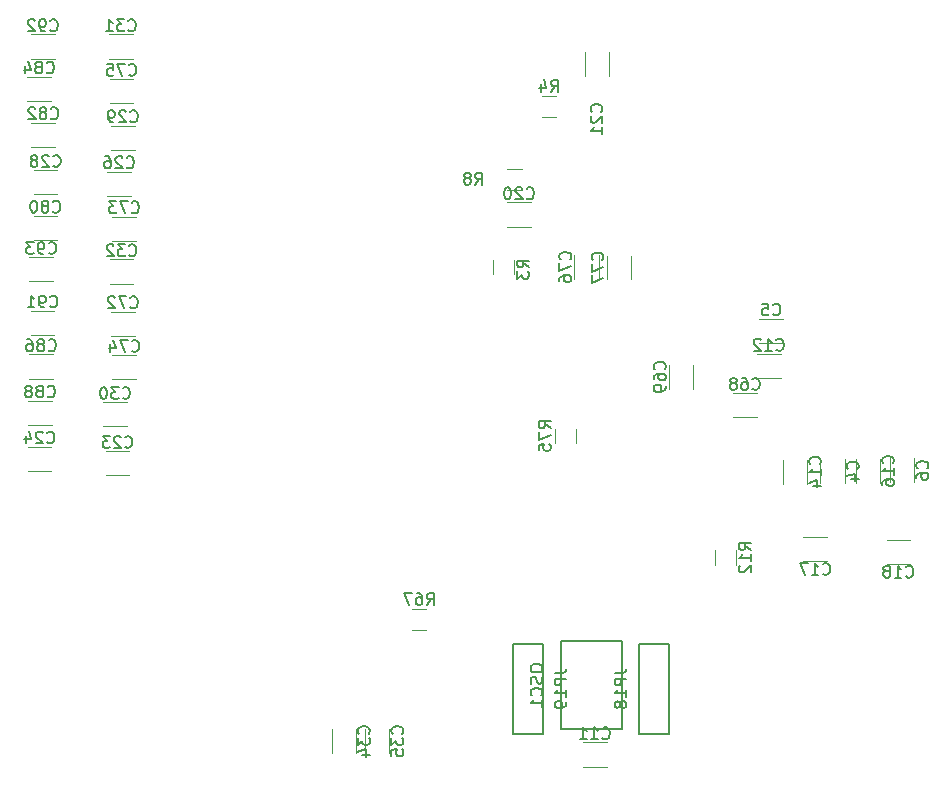
<source format=gbr>
G04 #@! TF.FileFunction,Legend,Bot*
%FSLAX46Y46*%
G04 Gerber Fmt 4.6, Leading zero omitted, Abs format (unit mm)*
G04 Created by KiCad (PCBNEW 4.0.6) date 06/27/17 09:13:31*
%MOMM*%
%LPD*%
G01*
G04 APERTURE LIST*
%ADD10C,0.100000*%
%ADD11C,0.120000*%
%ADD12C,0.150000*%
G04 APERTURE END LIST*
D10*
D11*
X156861000Y-115947000D02*
X158861000Y-115947000D01*
X158861000Y-117987000D02*
X156861000Y-117987000D01*
X116246400Y-87143400D02*
X118246400Y-87143400D01*
X118246400Y-89183400D02*
X116246400Y-89183400D01*
X116449600Y-91283600D02*
X118449600Y-91283600D01*
X118449600Y-93323600D02*
X116449600Y-93323600D01*
X179010500Y-91964000D02*
X179010500Y-93964000D01*
X176970500Y-93964000D02*
X176970500Y-91964000D01*
X171783500Y-80069500D02*
X173783500Y-80069500D01*
X173783500Y-82109500D02*
X171783500Y-82109500D01*
X184916000Y-91900500D02*
X184916000Y-93900500D01*
X182876000Y-93900500D02*
X182876000Y-91900500D01*
X171593000Y-83054000D02*
X173593000Y-83054000D01*
X173593000Y-85094000D02*
X171593000Y-85094000D01*
X175835500Y-92027500D02*
X175835500Y-94027500D01*
X173795500Y-94027500D02*
X173795500Y-92027500D01*
X181995000Y-91964000D02*
X181995000Y-93964000D01*
X179955000Y-93964000D02*
X179955000Y-91964000D01*
X177530000Y-100588000D02*
X175530000Y-100588000D01*
X175530000Y-98548000D02*
X177530000Y-98548000D01*
X184567000Y-100805000D02*
X182567000Y-100805000D01*
X182567000Y-98765000D02*
X184567000Y-98765000D01*
X150447500Y-70227000D02*
X152447500Y-70227000D01*
X152447500Y-72267000D02*
X150447500Y-72267000D01*
X159071500Y-57483500D02*
X159071500Y-59483500D01*
X157031500Y-59483500D02*
X157031500Y-57483500D01*
X109845600Y-90902600D02*
X111845600Y-90902600D01*
X111845600Y-92942600D02*
X109845600Y-92942600D01*
X116589300Y-67610800D02*
X118589300Y-67610800D01*
X118589300Y-69650800D02*
X116589300Y-69650800D01*
X110366300Y-67483800D02*
X112366300Y-67483800D01*
X112366300Y-69523800D02*
X110366300Y-69523800D01*
X116894100Y-63711900D02*
X118894100Y-63711900D01*
X118894100Y-65751900D02*
X116894100Y-65751900D01*
X116729000Y-56003000D02*
X118729000Y-56003000D01*
X118729000Y-58043000D02*
X116729000Y-58043000D01*
X116792500Y-75053000D02*
X118792500Y-75053000D01*
X118792500Y-77093000D02*
X116792500Y-77093000D01*
X169567000Y-86365000D02*
X171567000Y-86365000D01*
X171567000Y-88405000D02*
X169567000Y-88405000D01*
X164147000Y-85985000D02*
X164147000Y-83985000D01*
X166187000Y-83985000D02*
X166187000Y-85985000D01*
X116894100Y-79459900D02*
X118894100Y-79459900D01*
X118894100Y-81499900D02*
X116894100Y-81499900D01*
X117008400Y-71420800D02*
X119008400Y-71420800D01*
X119008400Y-73460800D02*
X117008400Y-73460800D01*
X117021100Y-83155600D02*
X119021100Y-83155600D01*
X119021100Y-85195600D02*
X117021100Y-85195600D01*
X116792500Y-59774900D02*
X118792500Y-59774900D01*
X118792500Y-61814900D02*
X116792500Y-61814900D01*
X156142500Y-76692000D02*
X156142500Y-74692000D01*
X158182500Y-74692000D02*
X158182500Y-76692000D01*
X158873000Y-76742800D02*
X158873000Y-74742800D01*
X160913000Y-74742800D02*
X160913000Y-76742800D01*
X110340900Y-71357300D02*
X112340900Y-71357300D01*
X112340900Y-73397300D02*
X110340900Y-73397300D01*
X110163100Y-63457900D02*
X112163100Y-63457900D01*
X112163100Y-65497900D02*
X110163100Y-65497900D01*
X109807500Y-59584400D02*
X111807500Y-59584400D01*
X111807500Y-61624400D02*
X109807500Y-61624400D01*
X109972600Y-83092100D02*
X111972600Y-83092100D01*
X111972600Y-85132100D02*
X109972600Y-85132100D01*
X109896400Y-87016400D02*
X111896400Y-87016400D01*
X111896400Y-89056400D02*
X109896400Y-89056400D01*
X110099600Y-79396400D02*
X112099600Y-79396400D01*
X112099600Y-81436400D02*
X110099600Y-81436400D01*
X110125000Y-56003000D02*
X112125000Y-56003000D01*
X112125000Y-58043000D02*
X110125000Y-58043000D01*
X109998000Y-74862500D02*
X111998000Y-74862500D01*
X111998000Y-76902500D02*
X109998000Y-76902500D01*
D12*
X164147500Y-115189000D02*
X164147500Y-107569000D01*
X164147500Y-115189000D02*
X161607500Y-115189000D01*
X164147500Y-107569000D02*
X164147500Y-115189000D01*
X164147500Y-107569000D02*
X161607500Y-107569000D01*
X164147500Y-115189000D02*
X164147500Y-107569000D01*
X161607500Y-107569000D02*
X161607500Y-115189000D01*
X161607500Y-115189000D02*
X161607500Y-107569000D01*
X150939500Y-107569000D02*
X150939500Y-115189000D01*
X150939500Y-107569000D02*
X153479500Y-107569000D01*
X150939500Y-115189000D02*
X150939500Y-107569000D01*
X150939500Y-115189000D02*
X153479500Y-115189000D01*
X150939500Y-107569000D02*
X150939500Y-115189000D01*
X153479500Y-115189000D02*
X153479500Y-107569000D01*
X153479500Y-107569000D02*
X153479500Y-115189000D01*
X155003500Y-107335000D02*
X160203500Y-107335000D01*
X160203500Y-114835000D02*
X160203500Y-107335000D01*
X155003500Y-114835000D02*
X160203500Y-114835000D01*
X155003500Y-114835000D02*
X155003500Y-107335000D01*
D11*
X150994000Y-76292000D02*
X150994000Y-75092000D01*
X149234000Y-75092000D02*
X149234000Y-76292000D01*
X153387500Y-62983000D02*
X154587500Y-62983000D01*
X154587500Y-61223000D02*
X153387500Y-61223000D01*
X150466500Y-69142500D02*
X151666500Y-69142500D01*
X151666500Y-67382500D02*
X150466500Y-67382500D01*
X168030000Y-99679200D02*
X168030000Y-100879200D01*
X169790000Y-100879200D02*
X169790000Y-99679200D01*
X142402000Y-106417000D02*
X143602000Y-106417000D01*
X143602000Y-104657000D02*
X142402000Y-104657000D01*
X156247000Y-90585000D02*
X156247000Y-89385000D01*
X154487000Y-89385000D02*
X154487000Y-90585000D01*
X137621200Y-114836700D02*
X137621200Y-116836700D01*
X135581200Y-116836700D02*
X135581200Y-114836700D01*
X140466000Y-114836700D02*
X140466000Y-116836700D01*
X138426000Y-116836700D02*
X138426000Y-114836700D01*
D12*
X158503857Y-115574143D02*
X158551476Y-115621762D01*
X158694333Y-115669381D01*
X158789571Y-115669381D01*
X158932429Y-115621762D01*
X159027667Y-115526524D01*
X159075286Y-115431286D01*
X159122905Y-115240810D01*
X159122905Y-115097952D01*
X159075286Y-114907476D01*
X159027667Y-114812238D01*
X158932429Y-114717000D01*
X158789571Y-114669381D01*
X158694333Y-114669381D01*
X158551476Y-114717000D01*
X158503857Y-114764619D01*
X157551476Y-115669381D02*
X158122905Y-115669381D01*
X157837191Y-115669381D02*
X157837191Y-114669381D01*
X157932429Y-114812238D01*
X158027667Y-114907476D01*
X158122905Y-114955095D01*
X156599095Y-115669381D02*
X157170524Y-115669381D01*
X156884810Y-115669381D02*
X156884810Y-114669381D01*
X156980048Y-114812238D01*
X157075286Y-114907476D01*
X157170524Y-114955095D01*
X117889257Y-86770543D02*
X117936876Y-86818162D01*
X118079733Y-86865781D01*
X118174971Y-86865781D01*
X118317829Y-86818162D01*
X118413067Y-86722924D01*
X118460686Y-86627686D01*
X118508305Y-86437210D01*
X118508305Y-86294352D01*
X118460686Y-86103876D01*
X118413067Y-86008638D01*
X118317829Y-85913400D01*
X118174971Y-85865781D01*
X118079733Y-85865781D01*
X117936876Y-85913400D01*
X117889257Y-85961019D01*
X117555924Y-85865781D02*
X116936876Y-85865781D01*
X117270210Y-86246733D01*
X117127352Y-86246733D01*
X117032114Y-86294352D01*
X116984495Y-86341971D01*
X116936876Y-86437210D01*
X116936876Y-86675305D01*
X116984495Y-86770543D01*
X117032114Y-86818162D01*
X117127352Y-86865781D01*
X117413067Y-86865781D01*
X117508305Y-86818162D01*
X117555924Y-86770543D01*
X116317829Y-85865781D02*
X116222590Y-85865781D01*
X116127352Y-85913400D01*
X116079733Y-85961019D01*
X116032114Y-86056257D01*
X115984495Y-86246733D01*
X115984495Y-86484829D01*
X116032114Y-86675305D01*
X116079733Y-86770543D01*
X116127352Y-86818162D01*
X116222590Y-86865781D01*
X116317829Y-86865781D01*
X116413067Y-86818162D01*
X116460686Y-86770543D01*
X116508305Y-86675305D01*
X116555924Y-86484829D01*
X116555924Y-86246733D01*
X116508305Y-86056257D01*
X116460686Y-85961019D01*
X116413067Y-85913400D01*
X116317829Y-85865781D01*
X118092457Y-90910743D02*
X118140076Y-90958362D01*
X118282933Y-91005981D01*
X118378171Y-91005981D01*
X118521029Y-90958362D01*
X118616267Y-90863124D01*
X118663886Y-90767886D01*
X118711505Y-90577410D01*
X118711505Y-90434552D01*
X118663886Y-90244076D01*
X118616267Y-90148838D01*
X118521029Y-90053600D01*
X118378171Y-90005981D01*
X118282933Y-90005981D01*
X118140076Y-90053600D01*
X118092457Y-90101219D01*
X117711505Y-90101219D02*
X117663886Y-90053600D01*
X117568648Y-90005981D01*
X117330552Y-90005981D01*
X117235314Y-90053600D01*
X117187695Y-90101219D01*
X117140076Y-90196457D01*
X117140076Y-90291695D01*
X117187695Y-90434552D01*
X117759124Y-91005981D01*
X117140076Y-91005981D01*
X116806743Y-90005981D02*
X116187695Y-90005981D01*
X116521029Y-90386933D01*
X116378171Y-90386933D01*
X116282933Y-90434552D01*
X116235314Y-90482171D01*
X116187695Y-90577410D01*
X116187695Y-90815505D01*
X116235314Y-90910743D01*
X116282933Y-90958362D01*
X116378171Y-91005981D01*
X116663886Y-91005981D01*
X116759124Y-90958362D01*
X116806743Y-90910743D01*
X180097643Y-92797334D02*
X180145262Y-92749715D01*
X180192881Y-92606858D01*
X180192881Y-92511620D01*
X180145262Y-92368762D01*
X180050024Y-92273524D01*
X179954786Y-92225905D01*
X179764310Y-92178286D01*
X179621452Y-92178286D01*
X179430976Y-92225905D01*
X179335738Y-92273524D01*
X179240500Y-92368762D01*
X179192881Y-92511620D01*
X179192881Y-92606858D01*
X179240500Y-92749715D01*
X179288119Y-92797334D01*
X179526214Y-93654477D02*
X180192881Y-93654477D01*
X179145262Y-93416381D02*
X179859548Y-93178286D01*
X179859548Y-93797334D01*
X172950166Y-79696643D02*
X172997785Y-79744262D01*
X173140642Y-79791881D01*
X173235880Y-79791881D01*
X173378738Y-79744262D01*
X173473976Y-79649024D01*
X173521595Y-79553786D01*
X173569214Y-79363310D01*
X173569214Y-79220452D01*
X173521595Y-79029976D01*
X173473976Y-78934738D01*
X173378738Y-78839500D01*
X173235880Y-78791881D01*
X173140642Y-78791881D01*
X172997785Y-78839500D01*
X172950166Y-78887119D01*
X172045404Y-78791881D02*
X172521595Y-78791881D01*
X172569214Y-79268071D01*
X172521595Y-79220452D01*
X172426357Y-79172833D01*
X172188261Y-79172833D01*
X172093023Y-79220452D01*
X172045404Y-79268071D01*
X171997785Y-79363310D01*
X171997785Y-79601405D01*
X172045404Y-79696643D01*
X172093023Y-79744262D01*
X172188261Y-79791881D01*
X172426357Y-79791881D01*
X172521595Y-79744262D01*
X172569214Y-79696643D01*
X186003143Y-92733834D02*
X186050762Y-92686215D01*
X186098381Y-92543358D01*
X186098381Y-92448120D01*
X186050762Y-92305262D01*
X185955524Y-92210024D01*
X185860286Y-92162405D01*
X185669810Y-92114786D01*
X185526952Y-92114786D01*
X185336476Y-92162405D01*
X185241238Y-92210024D01*
X185146000Y-92305262D01*
X185098381Y-92448120D01*
X185098381Y-92543358D01*
X185146000Y-92686215D01*
X185193619Y-92733834D01*
X185098381Y-93590977D02*
X185098381Y-93400500D01*
X185146000Y-93305262D01*
X185193619Y-93257643D01*
X185336476Y-93162405D01*
X185526952Y-93114786D01*
X185907905Y-93114786D01*
X186003143Y-93162405D01*
X186050762Y-93210024D01*
X186098381Y-93305262D01*
X186098381Y-93495739D01*
X186050762Y-93590977D01*
X186003143Y-93638596D01*
X185907905Y-93686215D01*
X185669810Y-93686215D01*
X185574571Y-93638596D01*
X185526952Y-93590977D01*
X185479333Y-93495739D01*
X185479333Y-93305262D01*
X185526952Y-93210024D01*
X185574571Y-93162405D01*
X185669810Y-93114786D01*
X173235857Y-82681143D02*
X173283476Y-82728762D01*
X173426333Y-82776381D01*
X173521571Y-82776381D01*
X173664429Y-82728762D01*
X173759667Y-82633524D01*
X173807286Y-82538286D01*
X173854905Y-82347810D01*
X173854905Y-82204952D01*
X173807286Y-82014476D01*
X173759667Y-81919238D01*
X173664429Y-81824000D01*
X173521571Y-81776381D01*
X173426333Y-81776381D01*
X173283476Y-81824000D01*
X173235857Y-81871619D01*
X172283476Y-82776381D02*
X172854905Y-82776381D01*
X172569191Y-82776381D02*
X172569191Y-81776381D01*
X172664429Y-81919238D01*
X172759667Y-82014476D01*
X172854905Y-82062095D01*
X171902524Y-81871619D02*
X171854905Y-81824000D01*
X171759667Y-81776381D01*
X171521571Y-81776381D01*
X171426333Y-81824000D01*
X171378714Y-81871619D01*
X171331095Y-81966857D01*
X171331095Y-82062095D01*
X171378714Y-82204952D01*
X171950143Y-82776381D01*
X171331095Y-82776381D01*
X176922643Y-92384643D02*
X176970262Y-92337024D01*
X177017881Y-92194167D01*
X177017881Y-92098929D01*
X176970262Y-91956071D01*
X176875024Y-91860833D01*
X176779786Y-91813214D01*
X176589310Y-91765595D01*
X176446452Y-91765595D01*
X176255976Y-91813214D01*
X176160738Y-91860833D01*
X176065500Y-91956071D01*
X176017881Y-92098929D01*
X176017881Y-92194167D01*
X176065500Y-92337024D01*
X176113119Y-92384643D01*
X177017881Y-93337024D02*
X177017881Y-92765595D01*
X177017881Y-93051309D02*
X176017881Y-93051309D01*
X176160738Y-92956071D01*
X176255976Y-92860833D01*
X176303595Y-92765595D01*
X176351214Y-94194167D02*
X177017881Y-94194167D01*
X175970262Y-93956071D02*
X176684548Y-93717976D01*
X176684548Y-94337024D01*
X183082143Y-92321143D02*
X183129762Y-92273524D01*
X183177381Y-92130667D01*
X183177381Y-92035429D01*
X183129762Y-91892571D01*
X183034524Y-91797333D01*
X182939286Y-91749714D01*
X182748810Y-91702095D01*
X182605952Y-91702095D01*
X182415476Y-91749714D01*
X182320238Y-91797333D01*
X182225000Y-91892571D01*
X182177381Y-92035429D01*
X182177381Y-92130667D01*
X182225000Y-92273524D01*
X182272619Y-92321143D01*
X183177381Y-93273524D02*
X183177381Y-92702095D01*
X183177381Y-92987809D02*
X182177381Y-92987809D01*
X182320238Y-92892571D01*
X182415476Y-92797333D01*
X182463095Y-92702095D01*
X182177381Y-94130667D02*
X182177381Y-93940190D01*
X182225000Y-93844952D01*
X182272619Y-93797333D01*
X182415476Y-93702095D01*
X182605952Y-93654476D01*
X182986905Y-93654476D01*
X183082143Y-93702095D01*
X183129762Y-93749714D01*
X183177381Y-93844952D01*
X183177381Y-94035429D01*
X183129762Y-94130667D01*
X183082143Y-94178286D01*
X182986905Y-94225905D01*
X182748810Y-94225905D01*
X182653571Y-94178286D01*
X182605952Y-94130667D01*
X182558333Y-94035429D01*
X182558333Y-93844952D01*
X182605952Y-93749714D01*
X182653571Y-93702095D01*
X182748810Y-93654476D01*
X177172857Y-101675143D02*
X177220476Y-101722762D01*
X177363333Y-101770381D01*
X177458571Y-101770381D01*
X177601429Y-101722762D01*
X177696667Y-101627524D01*
X177744286Y-101532286D01*
X177791905Y-101341810D01*
X177791905Y-101198952D01*
X177744286Y-101008476D01*
X177696667Y-100913238D01*
X177601429Y-100818000D01*
X177458571Y-100770381D01*
X177363333Y-100770381D01*
X177220476Y-100818000D01*
X177172857Y-100865619D01*
X176220476Y-101770381D02*
X176791905Y-101770381D01*
X176506191Y-101770381D02*
X176506191Y-100770381D01*
X176601429Y-100913238D01*
X176696667Y-101008476D01*
X176791905Y-101056095D01*
X175887143Y-100770381D02*
X175220476Y-100770381D01*
X175649048Y-101770381D01*
X184209857Y-101892143D02*
X184257476Y-101939762D01*
X184400333Y-101987381D01*
X184495571Y-101987381D01*
X184638429Y-101939762D01*
X184733667Y-101844524D01*
X184781286Y-101749286D01*
X184828905Y-101558810D01*
X184828905Y-101415952D01*
X184781286Y-101225476D01*
X184733667Y-101130238D01*
X184638429Y-101035000D01*
X184495571Y-100987381D01*
X184400333Y-100987381D01*
X184257476Y-101035000D01*
X184209857Y-101082619D01*
X183257476Y-101987381D02*
X183828905Y-101987381D01*
X183543191Y-101987381D02*
X183543191Y-100987381D01*
X183638429Y-101130238D01*
X183733667Y-101225476D01*
X183828905Y-101273095D01*
X182686048Y-101415952D02*
X182781286Y-101368333D01*
X182828905Y-101320714D01*
X182876524Y-101225476D01*
X182876524Y-101177857D01*
X182828905Y-101082619D01*
X182781286Y-101035000D01*
X182686048Y-100987381D01*
X182495571Y-100987381D01*
X182400333Y-101035000D01*
X182352714Y-101082619D01*
X182305095Y-101177857D01*
X182305095Y-101225476D01*
X182352714Y-101320714D01*
X182400333Y-101368333D01*
X182495571Y-101415952D01*
X182686048Y-101415952D01*
X182781286Y-101463571D01*
X182828905Y-101511190D01*
X182876524Y-101606429D01*
X182876524Y-101796905D01*
X182828905Y-101892143D01*
X182781286Y-101939762D01*
X182686048Y-101987381D01*
X182495571Y-101987381D01*
X182400333Y-101939762D01*
X182352714Y-101892143D01*
X182305095Y-101796905D01*
X182305095Y-101606429D01*
X182352714Y-101511190D01*
X182400333Y-101463571D01*
X182495571Y-101415952D01*
X152090357Y-69854143D02*
X152137976Y-69901762D01*
X152280833Y-69949381D01*
X152376071Y-69949381D01*
X152518929Y-69901762D01*
X152614167Y-69806524D01*
X152661786Y-69711286D01*
X152709405Y-69520810D01*
X152709405Y-69377952D01*
X152661786Y-69187476D01*
X152614167Y-69092238D01*
X152518929Y-68997000D01*
X152376071Y-68949381D01*
X152280833Y-68949381D01*
X152137976Y-68997000D01*
X152090357Y-69044619D01*
X151709405Y-69044619D02*
X151661786Y-68997000D01*
X151566548Y-68949381D01*
X151328452Y-68949381D01*
X151233214Y-68997000D01*
X151185595Y-69044619D01*
X151137976Y-69139857D01*
X151137976Y-69235095D01*
X151185595Y-69377952D01*
X151757024Y-69949381D01*
X151137976Y-69949381D01*
X150518929Y-68949381D02*
X150423690Y-68949381D01*
X150328452Y-68997000D01*
X150280833Y-69044619D01*
X150233214Y-69139857D01*
X150185595Y-69330333D01*
X150185595Y-69568429D01*
X150233214Y-69758905D01*
X150280833Y-69854143D01*
X150328452Y-69901762D01*
X150423690Y-69949381D01*
X150518929Y-69949381D01*
X150614167Y-69901762D01*
X150661786Y-69854143D01*
X150709405Y-69758905D01*
X150757024Y-69568429D01*
X150757024Y-69330333D01*
X150709405Y-69139857D01*
X150661786Y-69044619D01*
X150614167Y-68997000D01*
X150518929Y-68949381D01*
X158408643Y-62539643D02*
X158456262Y-62492024D01*
X158503881Y-62349167D01*
X158503881Y-62253929D01*
X158456262Y-62111071D01*
X158361024Y-62015833D01*
X158265786Y-61968214D01*
X158075310Y-61920595D01*
X157932452Y-61920595D01*
X157741976Y-61968214D01*
X157646738Y-62015833D01*
X157551500Y-62111071D01*
X157503881Y-62253929D01*
X157503881Y-62349167D01*
X157551500Y-62492024D01*
X157599119Y-62539643D01*
X157599119Y-62920595D02*
X157551500Y-62968214D01*
X157503881Y-63063452D01*
X157503881Y-63301548D01*
X157551500Y-63396786D01*
X157599119Y-63444405D01*
X157694357Y-63492024D01*
X157789595Y-63492024D01*
X157932452Y-63444405D01*
X158503881Y-62872976D01*
X158503881Y-63492024D01*
X158503881Y-64444405D02*
X158503881Y-63872976D01*
X158503881Y-64158690D02*
X157503881Y-64158690D01*
X157646738Y-64063452D01*
X157741976Y-63968214D01*
X157789595Y-63872976D01*
X111488457Y-90529743D02*
X111536076Y-90577362D01*
X111678933Y-90624981D01*
X111774171Y-90624981D01*
X111917029Y-90577362D01*
X112012267Y-90482124D01*
X112059886Y-90386886D01*
X112107505Y-90196410D01*
X112107505Y-90053552D01*
X112059886Y-89863076D01*
X112012267Y-89767838D01*
X111917029Y-89672600D01*
X111774171Y-89624981D01*
X111678933Y-89624981D01*
X111536076Y-89672600D01*
X111488457Y-89720219D01*
X111107505Y-89720219D02*
X111059886Y-89672600D01*
X110964648Y-89624981D01*
X110726552Y-89624981D01*
X110631314Y-89672600D01*
X110583695Y-89720219D01*
X110536076Y-89815457D01*
X110536076Y-89910695D01*
X110583695Y-90053552D01*
X111155124Y-90624981D01*
X110536076Y-90624981D01*
X109678933Y-89958314D02*
X109678933Y-90624981D01*
X109917029Y-89577362D02*
X110155124Y-90291648D01*
X109536076Y-90291648D01*
X118232157Y-67237943D02*
X118279776Y-67285562D01*
X118422633Y-67333181D01*
X118517871Y-67333181D01*
X118660729Y-67285562D01*
X118755967Y-67190324D01*
X118803586Y-67095086D01*
X118851205Y-66904610D01*
X118851205Y-66761752D01*
X118803586Y-66571276D01*
X118755967Y-66476038D01*
X118660729Y-66380800D01*
X118517871Y-66333181D01*
X118422633Y-66333181D01*
X118279776Y-66380800D01*
X118232157Y-66428419D01*
X117851205Y-66428419D02*
X117803586Y-66380800D01*
X117708348Y-66333181D01*
X117470252Y-66333181D01*
X117375014Y-66380800D01*
X117327395Y-66428419D01*
X117279776Y-66523657D01*
X117279776Y-66618895D01*
X117327395Y-66761752D01*
X117898824Y-67333181D01*
X117279776Y-67333181D01*
X116422633Y-66333181D02*
X116613110Y-66333181D01*
X116708348Y-66380800D01*
X116755967Y-66428419D01*
X116851205Y-66571276D01*
X116898824Y-66761752D01*
X116898824Y-67142705D01*
X116851205Y-67237943D01*
X116803586Y-67285562D01*
X116708348Y-67333181D01*
X116517871Y-67333181D01*
X116422633Y-67285562D01*
X116375014Y-67237943D01*
X116327395Y-67142705D01*
X116327395Y-66904610D01*
X116375014Y-66809371D01*
X116422633Y-66761752D01*
X116517871Y-66714133D01*
X116708348Y-66714133D01*
X116803586Y-66761752D01*
X116851205Y-66809371D01*
X116898824Y-66904610D01*
X112009157Y-67110943D02*
X112056776Y-67158562D01*
X112199633Y-67206181D01*
X112294871Y-67206181D01*
X112437729Y-67158562D01*
X112532967Y-67063324D01*
X112580586Y-66968086D01*
X112628205Y-66777610D01*
X112628205Y-66634752D01*
X112580586Y-66444276D01*
X112532967Y-66349038D01*
X112437729Y-66253800D01*
X112294871Y-66206181D01*
X112199633Y-66206181D01*
X112056776Y-66253800D01*
X112009157Y-66301419D01*
X111628205Y-66301419D02*
X111580586Y-66253800D01*
X111485348Y-66206181D01*
X111247252Y-66206181D01*
X111152014Y-66253800D01*
X111104395Y-66301419D01*
X111056776Y-66396657D01*
X111056776Y-66491895D01*
X111104395Y-66634752D01*
X111675824Y-67206181D01*
X111056776Y-67206181D01*
X110485348Y-66634752D02*
X110580586Y-66587133D01*
X110628205Y-66539514D01*
X110675824Y-66444276D01*
X110675824Y-66396657D01*
X110628205Y-66301419D01*
X110580586Y-66253800D01*
X110485348Y-66206181D01*
X110294871Y-66206181D01*
X110199633Y-66253800D01*
X110152014Y-66301419D01*
X110104395Y-66396657D01*
X110104395Y-66444276D01*
X110152014Y-66539514D01*
X110199633Y-66587133D01*
X110294871Y-66634752D01*
X110485348Y-66634752D01*
X110580586Y-66682371D01*
X110628205Y-66729990D01*
X110675824Y-66825229D01*
X110675824Y-67015705D01*
X110628205Y-67110943D01*
X110580586Y-67158562D01*
X110485348Y-67206181D01*
X110294871Y-67206181D01*
X110199633Y-67158562D01*
X110152014Y-67110943D01*
X110104395Y-67015705D01*
X110104395Y-66825229D01*
X110152014Y-66729990D01*
X110199633Y-66682371D01*
X110294871Y-66634752D01*
X118536957Y-63339043D02*
X118584576Y-63386662D01*
X118727433Y-63434281D01*
X118822671Y-63434281D01*
X118965529Y-63386662D01*
X119060767Y-63291424D01*
X119108386Y-63196186D01*
X119156005Y-63005710D01*
X119156005Y-62862852D01*
X119108386Y-62672376D01*
X119060767Y-62577138D01*
X118965529Y-62481900D01*
X118822671Y-62434281D01*
X118727433Y-62434281D01*
X118584576Y-62481900D01*
X118536957Y-62529519D01*
X118156005Y-62529519D02*
X118108386Y-62481900D01*
X118013148Y-62434281D01*
X117775052Y-62434281D01*
X117679814Y-62481900D01*
X117632195Y-62529519D01*
X117584576Y-62624757D01*
X117584576Y-62719995D01*
X117632195Y-62862852D01*
X118203624Y-63434281D01*
X117584576Y-63434281D01*
X117108386Y-63434281D02*
X116917910Y-63434281D01*
X116822671Y-63386662D01*
X116775052Y-63339043D01*
X116679814Y-63196186D01*
X116632195Y-63005710D01*
X116632195Y-62624757D01*
X116679814Y-62529519D01*
X116727433Y-62481900D01*
X116822671Y-62434281D01*
X117013148Y-62434281D01*
X117108386Y-62481900D01*
X117156005Y-62529519D01*
X117203624Y-62624757D01*
X117203624Y-62862852D01*
X117156005Y-62958090D01*
X117108386Y-63005710D01*
X117013148Y-63053329D01*
X116822671Y-63053329D01*
X116727433Y-63005710D01*
X116679814Y-62958090D01*
X116632195Y-62862852D01*
X118371857Y-55630143D02*
X118419476Y-55677762D01*
X118562333Y-55725381D01*
X118657571Y-55725381D01*
X118800429Y-55677762D01*
X118895667Y-55582524D01*
X118943286Y-55487286D01*
X118990905Y-55296810D01*
X118990905Y-55153952D01*
X118943286Y-54963476D01*
X118895667Y-54868238D01*
X118800429Y-54773000D01*
X118657571Y-54725381D01*
X118562333Y-54725381D01*
X118419476Y-54773000D01*
X118371857Y-54820619D01*
X118038524Y-54725381D02*
X117419476Y-54725381D01*
X117752810Y-55106333D01*
X117609952Y-55106333D01*
X117514714Y-55153952D01*
X117467095Y-55201571D01*
X117419476Y-55296810D01*
X117419476Y-55534905D01*
X117467095Y-55630143D01*
X117514714Y-55677762D01*
X117609952Y-55725381D01*
X117895667Y-55725381D01*
X117990905Y-55677762D01*
X118038524Y-55630143D01*
X116467095Y-55725381D02*
X117038524Y-55725381D01*
X116752810Y-55725381D02*
X116752810Y-54725381D01*
X116848048Y-54868238D01*
X116943286Y-54963476D01*
X117038524Y-55011095D01*
X118435357Y-74680143D02*
X118482976Y-74727762D01*
X118625833Y-74775381D01*
X118721071Y-74775381D01*
X118863929Y-74727762D01*
X118959167Y-74632524D01*
X119006786Y-74537286D01*
X119054405Y-74346810D01*
X119054405Y-74203952D01*
X119006786Y-74013476D01*
X118959167Y-73918238D01*
X118863929Y-73823000D01*
X118721071Y-73775381D01*
X118625833Y-73775381D01*
X118482976Y-73823000D01*
X118435357Y-73870619D01*
X118102024Y-73775381D02*
X117482976Y-73775381D01*
X117816310Y-74156333D01*
X117673452Y-74156333D01*
X117578214Y-74203952D01*
X117530595Y-74251571D01*
X117482976Y-74346810D01*
X117482976Y-74584905D01*
X117530595Y-74680143D01*
X117578214Y-74727762D01*
X117673452Y-74775381D01*
X117959167Y-74775381D01*
X118054405Y-74727762D01*
X118102024Y-74680143D01*
X117102024Y-73870619D02*
X117054405Y-73823000D01*
X116959167Y-73775381D01*
X116721071Y-73775381D01*
X116625833Y-73823000D01*
X116578214Y-73870619D01*
X116530595Y-73965857D01*
X116530595Y-74061095D01*
X116578214Y-74203952D01*
X117149643Y-74775381D01*
X116530595Y-74775381D01*
X171209857Y-85992143D02*
X171257476Y-86039762D01*
X171400333Y-86087381D01*
X171495571Y-86087381D01*
X171638429Y-86039762D01*
X171733667Y-85944524D01*
X171781286Y-85849286D01*
X171828905Y-85658810D01*
X171828905Y-85515952D01*
X171781286Y-85325476D01*
X171733667Y-85230238D01*
X171638429Y-85135000D01*
X171495571Y-85087381D01*
X171400333Y-85087381D01*
X171257476Y-85135000D01*
X171209857Y-85182619D01*
X170352714Y-85087381D02*
X170543191Y-85087381D01*
X170638429Y-85135000D01*
X170686048Y-85182619D01*
X170781286Y-85325476D01*
X170828905Y-85515952D01*
X170828905Y-85896905D01*
X170781286Y-85992143D01*
X170733667Y-86039762D01*
X170638429Y-86087381D01*
X170447952Y-86087381D01*
X170352714Y-86039762D01*
X170305095Y-85992143D01*
X170257476Y-85896905D01*
X170257476Y-85658810D01*
X170305095Y-85563571D01*
X170352714Y-85515952D01*
X170447952Y-85468333D01*
X170638429Y-85468333D01*
X170733667Y-85515952D01*
X170781286Y-85563571D01*
X170828905Y-85658810D01*
X169686048Y-85515952D02*
X169781286Y-85468333D01*
X169828905Y-85420714D01*
X169876524Y-85325476D01*
X169876524Y-85277857D01*
X169828905Y-85182619D01*
X169781286Y-85135000D01*
X169686048Y-85087381D01*
X169495571Y-85087381D01*
X169400333Y-85135000D01*
X169352714Y-85182619D01*
X169305095Y-85277857D01*
X169305095Y-85325476D01*
X169352714Y-85420714D01*
X169400333Y-85468333D01*
X169495571Y-85515952D01*
X169686048Y-85515952D01*
X169781286Y-85563571D01*
X169828905Y-85611190D01*
X169876524Y-85706429D01*
X169876524Y-85896905D01*
X169828905Y-85992143D01*
X169781286Y-86039762D01*
X169686048Y-86087381D01*
X169495571Y-86087381D01*
X169400333Y-86039762D01*
X169352714Y-85992143D01*
X169305095Y-85896905D01*
X169305095Y-85706429D01*
X169352714Y-85611190D01*
X169400333Y-85563571D01*
X169495571Y-85515952D01*
X163774143Y-84342143D02*
X163821762Y-84294524D01*
X163869381Y-84151667D01*
X163869381Y-84056429D01*
X163821762Y-83913571D01*
X163726524Y-83818333D01*
X163631286Y-83770714D01*
X163440810Y-83723095D01*
X163297952Y-83723095D01*
X163107476Y-83770714D01*
X163012238Y-83818333D01*
X162917000Y-83913571D01*
X162869381Y-84056429D01*
X162869381Y-84151667D01*
X162917000Y-84294524D01*
X162964619Y-84342143D01*
X162869381Y-85199286D02*
X162869381Y-85008809D01*
X162917000Y-84913571D01*
X162964619Y-84865952D01*
X163107476Y-84770714D01*
X163297952Y-84723095D01*
X163678905Y-84723095D01*
X163774143Y-84770714D01*
X163821762Y-84818333D01*
X163869381Y-84913571D01*
X163869381Y-85104048D01*
X163821762Y-85199286D01*
X163774143Y-85246905D01*
X163678905Y-85294524D01*
X163440810Y-85294524D01*
X163345571Y-85246905D01*
X163297952Y-85199286D01*
X163250333Y-85104048D01*
X163250333Y-84913571D01*
X163297952Y-84818333D01*
X163345571Y-84770714D01*
X163440810Y-84723095D01*
X163869381Y-85770714D02*
X163869381Y-85961190D01*
X163821762Y-86056429D01*
X163774143Y-86104048D01*
X163631286Y-86199286D01*
X163440810Y-86246905D01*
X163059857Y-86246905D01*
X162964619Y-86199286D01*
X162917000Y-86151667D01*
X162869381Y-86056429D01*
X162869381Y-85865952D01*
X162917000Y-85770714D01*
X162964619Y-85723095D01*
X163059857Y-85675476D01*
X163297952Y-85675476D01*
X163393190Y-85723095D01*
X163440810Y-85770714D01*
X163488429Y-85865952D01*
X163488429Y-86056429D01*
X163440810Y-86151667D01*
X163393190Y-86199286D01*
X163297952Y-86246905D01*
X118536957Y-79087043D02*
X118584576Y-79134662D01*
X118727433Y-79182281D01*
X118822671Y-79182281D01*
X118965529Y-79134662D01*
X119060767Y-79039424D01*
X119108386Y-78944186D01*
X119156005Y-78753710D01*
X119156005Y-78610852D01*
X119108386Y-78420376D01*
X119060767Y-78325138D01*
X118965529Y-78229900D01*
X118822671Y-78182281D01*
X118727433Y-78182281D01*
X118584576Y-78229900D01*
X118536957Y-78277519D01*
X118203624Y-78182281D02*
X117536957Y-78182281D01*
X117965529Y-79182281D01*
X117203624Y-78277519D02*
X117156005Y-78229900D01*
X117060767Y-78182281D01*
X116822671Y-78182281D01*
X116727433Y-78229900D01*
X116679814Y-78277519D01*
X116632195Y-78372757D01*
X116632195Y-78467995D01*
X116679814Y-78610852D01*
X117251243Y-79182281D01*
X116632195Y-79182281D01*
X118651257Y-71047943D02*
X118698876Y-71095562D01*
X118841733Y-71143181D01*
X118936971Y-71143181D01*
X119079829Y-71095562D01*
X119175067Y-71000324D01*
X119222686Y-70905086D01*
X119270305Y-70714610D01*
X119270305Y-70571752D01*
X119222686Y-70381276D01*
X119175067Y-70286038D01*
X119079829Y-70190800D01*
X118936971Y-70143181D01*
X118841733Y-70143181D01*
X118698876Y-70190800D01*
X118651257Y-70238419D01*
X118317924Y-70143181D02*
X117651257Y-70143181D01*
X118079829Y-71143181D01*
X117365543Y-70143181D02*
X116746495Y-70143181D01*
X117079829Y-70524133D01*
X116936971Y-70524133D01*
X116841733Y-70571752D01*
X116794114Y-70619371D01*
X116746495Y-70714610D01*
X116746495Y-70952705D01*
X116794114Y-71047943D01*
X116841733Y-71095562D01*
X116936971Y-71143181D01*
X117222686Y-71143181D01*
X117317924Y-71095562D01*
X117365543Y-71047943D01*
X118663957Y-82782743D02*
X118711576Y-82830362D01*
X118854433Y-82877981D01*
X118949671Y-82877981D01*
X119092529Y-82830362D01*
X119187767Y-82735124D01*
X119235386Y-82639886D01*
X119283005Y-82449410D01*
X119283005Y-82306552D01*
X119235386Y-82116076D01*
X119187767Y-82020838D01*
X119092529Y-81925600D01*
X118949671Y-81877981D01*
X118854433Y-81877981D01*
X118711576Y-81925600D01*
X118663957Y-81973219D01*
X118330624Y-81877981D02*
X117663957Y-81877981D01*
X118092529Y-82877981D01*
X116854433Y-82211314D02*
X116854433Y-82877981D01*
X117092529Y-81830362D02*
X117330624Y-82544648D01*
X116711576Y-82544648D01*
X118435357Y-59402043D02*
X118482976Y-59449662D01*
X118625833Y-59497281D01*
X118721071Y-59497281D01*
X118863929Y-59449662D01*
X118959167Y-59354424D01*
X119006786Y-59259186D01*
X119054405Y-59068710D01*
X119054405Y-58925852D01*
X119006786Y-58735376D01*
X118959167Y-58640138D01*
X118863929Y-58544900D01*
X118721071Y-58497281D01*
X118625833Y-58497281D01*
X118482976Y-58544900D01*
X118435357Y-58592519D01*
X118102024Y-58497281D02*
X117435357Y-58497281D01*
X117863929Y-59497281D01*
X116578214Y-58497281D02*
X117054405Y-58497281D01*
X117102024Y-58973471D01*
X117054405Y-58925852D01*
X116959167Y-58878233D01*
X116721071Y-58878233D01*
X116625833Y-58925852D01*
X116578214Y-58973471D01*
X116530595Y-59068710D01*
X116530595Y-59306805D01*
X116578214Y-59402043D01*
X116625833Y-59449662D01*
X116721071Y-59497281D01*
X116959167Y-59497281D01*
X117054405Y-59449662D01*
X117102024Y-59402043D01*
X155769643Y-75049143D02*
X155817262Y-75001524D01*
X155864881Y-74858667D01*
X155864881Y-74763429D01*
X155817262Y-74620571D01*
X155722024Y-74525333D01*
X155626786Y-74477714D01*
X155436310Y-74430095D01*
X155293452Y-74430095D01*
X155102976Y-74477714D01*
X155007738Y-74525333D01*
X154912500Y-74620571D01*
X154864881Y-74763429D01*
X154864881Y-74858667D01*
X154912500Y-75001524D01*
X154960119Y-75049143D01*
X154864881Y-75382476D02*
X154864881Y-76049143D01*
X155864881Y-75620571D01*
X154864881Y-76858667D02*
X154864881Y-76668190D01*
X154912500Y-76572952D01*
X154960119Y-76525333D01*
X155102976Y-76430095D01*
X155293452Y-76382476D01*
X155674405Y-76382476D01*
X155769643Y-76430095D01*
X155817262Y-76477714D01*
X155864881Y-76572952D01*
X155864881Y-76763429D01*
X155817262Y-76858667D01*
X155769643Y-76906286D01*
X155674405Y-76953905D01*
X155436310Y-76953905D01*
X155341071Y-76906286D01*
X155293452Y-76858667D01*
X155245833Y-76763429D01*
X155245833Y-76572952D01*
X155293452Y-76477714D01*
X155341071Y-76430095D01*
X155436310Y-76382476D01*
X158500143Y-75099943D02*
X158547762Y-75052324D01*
X158595381Y-74909467D01*
X158595381Y-74814229D01*
X158547762Y-74671371D01*
X158452524Y-74576133D01*
X158357286Y-74528514D01*
X158166810Y-74480895D01*
X158023952Y-74480895D01*
X157833476Y-74528514D01*
X157738238Y-74576133D01*
X157643000Y-74671371D01*
X157595381Y-74814229D01*
X157595381Y-74909467D01*
X157643000Y-75052324D01*
X157690619Y-75099943D01*
X157595381Y-75433276D02*
X157595381Y-76099943D01*
X158595381Y-75671371D01*
X157595381Y-76385657D02*
X157595381Y-77052324D01*
X158595381Y-76623752D01*
X111983757Y-70984443D02*
X112031376Y-71032062D01*
X112174233Y-71079681D01*
X112269471Y-71079681D01*
X112412329Y-71032062D01*
X112507567Y-70936824D01*
X112555186Y-70841586D01*
X112602805Y-70651110D01*
X112602805Y-70508252D01*
X112555186Y-70317776D01*
X112507567Y-70222538D01*
X112412329Y-70127300D01*
X112269471Y-70079681D01*
X112174233Y-70079681D01*
X112031376Y-70127300D01*
X111983757Y-70174919D01*
X111412329Y-70508252D02*
X111507567Y-70460633D01*
X111555186Y-70413014D01*
X111602805Y-70317776D01*
X111602805Y-70270157D01*
X111555186Y-70174919D01*
X111507567Y-70127300D01*
X111412329Y-70079681D01*
X111221852Y-70079681D01*
X111126614Y-70127300D01*
X111078995Y-70174919D01*
X111031376Y-70270157D01*
X111031376Y-70317776D01*
X111078995Y-70413014D01*
X111126614Y-70460633D01*
X111221852Y-70508252D01*
X111412329Y-70508252D01*
X111507567Y-70555871D01*
X111555186Y-70603490D01*
X111602805Y-70698729D01*
X111602805Y-70889205D01*
X111555186Y-70984443D01*
X111507567Y-71032062D01*
X111412329Y-71079681D01*
X111221852Y-71079681D01*
X111126614Y-71032062D01*
X111078995Y-70984443D01*
X111031376Y-70889205D01*
X111031376Y-70698729D01*
X111078995Y-70603490D01*
X111126614Y-70555871D01*
X111221852Y-70508252D01*
X110412329Y-70079681D02*
X110317090Y-70079681D01*
X110221852Y-70127300D01*
X110174233Y-70174919D01*
X110126614Y-70270157D01*
X110078995Y-70460633D01*
X110078995Y-70698729D01*
X110126614Y-70889205D01*
X110174233Y-70984443D01*
X110221852Y-71032062D01*
X110317090Y-71079681D01*
X110412329Y-71079681D01*
X110507567Y-71032062D01*
X110555186Y-70984443D01*
X110602805Y-70889205D01*
X110650424Y-70698729D01*
X110650424Y-70460633D01*
X110602805Y-70270157D01*
X110555186Y-70174919D01*
X110507567Y-70127300D01*
X110412329Y-70079681D01*
X111805957Y-63085043D02*
X111853576Y-63132662D01*
X111996433Y-63180281D01*
X112091671Y-63180281D01*
X112234529Y-63132662D01*
X112329767Y-63037424D01*
X112377386Y-62942186D01*
X112425005Y-62751710D01*
X112425005Y-62608852D01*
X112377386Y-62418376D01*
X112329767Y-62323138D01*
X112234529Y-62227900D01*
X112091671Y-62180281D01*
X111996433Y-62180281D01*
X111853576Y-62227900D01*
X111805957Y-62275519D01*
X111234529Y-62608852D02*
X111329767Y-62561233D01*
X111377386Y-62513614D01*
X111425005Y-62418376D01*
X111425005Y-62370757D01*
X111377386Y-62275519D01*
X111329767Y-62227900D01*
X111234529Y-62180281D01*
X111044052Y-62180281D01*
X110948814Y-62227900D01*
X110901195Y-62275519D01*
X110853576Y-62370757D01*
X110853576Y-62418376D01*
X110901195Y-62513614D01*
X110948814Y-62561233D01*
X111044052Y-62608852D01*
X111234529Y-62608852D01*
X111329767Y-62656471D01*
X111377386Y-62704090D01*
X111425005Y-62799329D01*
X111425005Y-62989805D01*
X111377386Y-63085043D01*
X111329767Y-63132662D01*
X111234529Y-63180281D01*
X111044052Y-63180281D01*
X110948814Y-63132662D01*
X110901195Y-63085043D01*
X110853576Y-62989805D01*
X110853576Y-62799329D01*
X110901195Y-62704090D01*
X110948814Y-62656471D01*
X111044052Y-62608852D01*
X110472624Y-62275519D02*
X110425005Y-62227900D01*
X110329767Y-62180281D01*
X110091671Y-62180281D01*
X109996433Y-62227900D01*
X109948814Y-62275519D01*
X109901195Y-62370757D01*
X109901195Y-62465995D01*
X109948814Y-62608852D01*
X110520243Y-63180281D01*
X109901195Y-63180281D01*
X111450357Y-59211543D02*
X111497976Y-59259162D01*
X111640833Y-59306781D01*
X111736071Y-59306781D01*
X111878929Y-59259162D01*
X111974167Y-59163924D01*
X112021786Y-59068686D01*
X112069405Y-58878210D01*
X112069405Y-58735352D01*
X112021786Y-58544876D01*
X111974167Y-58449638D01*
X111878929Y-58354400D01*
X111736071Y-58306781D01*
X111640833Y-58306781D01*
X111497976Y-58354400D01*
X111450357Y-58402019D01*
X110878929Y-58735352D02*
X110974167Y-58687733D01*
X111021786Y-58640114D01*
X111069405Y-58544876D01*
X111069405Y-58497257D01*
X111021786Y-58402019D01*
X110974167Y-58354400D01*
X110878929Y-58306781D01*
X110688452Y-58306781D01*
X110593214Y-58354400D01*
X110545595Y-58402019D01*
X110497976Y-58497257D01*
X110497976Y-58544876D01*
X110545595Y-58640114D01*
X110593214Y-58687733D01*
X110688452Y-58735352D01*
X110878929Y-58735352D01*
X110974167Y-58782971D01*
X111021786Y-58830590D01*
X111069405Y-58925829D01*
X111069405Y-59116305D01*
X111021786Y-59211543D01*
X110974167Y-59259162D01*
X110878929Y-59306781D01*
X110688452Y-59306781D01*
X110593214Y-59259162D01*
X110545595Y-59211543D01*
X110497976Y-59116305D01*
X110497976Y-58925829D01*
X110545595Y-58830590D01*
X110593214Y-58782971D01*
X110688452Y-58735352D01*
X109640833Y-58640114D02*
X109640833Y-59306781D01*
X109878929Y-58259162D02*
X110117024Y-58973448D01*
X109497976Y-58973448D01*
X111615457Y-82719243D02*
X111663076Y-82766862D01*
X111805933Y-82814481D01*
X111901171Y-82814481D01*
X112044029Y-82766862D01*
X112139267Y-82671624D01*
X112186886Y-82576386D01*
X112234505Y-82385910D01*
X112234505Y-82243052D01*
X112186886Y-82052576D01*
X112139267Y-81957338D01*
X112044029Y-81862100D01*
X111901171Y-81814481D01*
X111805933Y-81814481D01*
X111663076Y-81862100D01*
X111615457Y-81909719D01*
X111044029Y-82243052D02*
X111139267Y-82195433D01*
X111186886Y-82147814D01*
X111234505Y-82052576D01*
X111234505Y-82004957D01*
X111186886Y-81909719D01*
X111139267Y-81862100D01*
X111044029Y-81814481D01*
X110853552Y-81814481D01*
X110758314Y-81862100D01*
X110710695Y-81909719D01*
X110663076Y-82004957D01*
X110663076Y-82052576D01*
X110710695Y-82147814D01*
X110758314Y-82195433D01*
X110853552Y-82243052D01*
X111044029Y-82243052D01*
X111139267Y-82290671D01*
X111186886Y-82338290D01*
X111234505Y-82433529D01*
X111234505Y-82624005D01*
X111186886Y-82719243D01*
X111139267Y-82766862D01*
X111044029Y-82814481D01*
X110853552Y-82814481D01*
X110758314Y-82766862D01*
X110710695Y-82719243D01*
X110663076Y-82624005D01*
X110663076Y-82433529D01*
X110710695Y-82338290D01*
X110758314Y-82290671D01*
X110853552Y-82243052D01*
X109805933Y-81814481D02*
X109996410Y-81814481D01*
X110091648Y-81862100D01*
X110139267Y-81909719D01*
X110234505Y-82052576D01*
X110282124Y-82243052D01*
X110282124Y-82624005D01*
X110234505Y-82719243D01*
X110186886Y-82766862D01*
X110091648Y-82814481D01*
X109901171Y-82814481D01*
X109805933Y-82766862D01*
X109758314Y-82719243D01*
X109710695Y-82624005D01*
X109710695Y-82385910D01*
X109758314Y-82290671D01*
X109805933Y-82243052D01*
X109901171Y-82195433D01*
X110091648Y-82195433D01*
X110186886Y-82243052D01*
X110234505Y-82290671D01*
X110282124Y-82385910D01*
X111539257Y-86643543D02*
X111586876Y-86691162D01*
X111729733Y-86738781D01*
X111824971Y-86738781D01*
X111967829Y-86691162D01*
X112063067Y-86595924D01*
X112110686Y-86500686D01*
X112158305Y-86310210D01*
X112158305Y-86167352D01*
X112110686Y-85976876D01*
X112063067Y-85881638D01*
X111967829Y-85786400D01*
X111824971Y-85738781D01*
X111729733Y-85738781D01*
X111586876Y-85786400D01*
X111539257Y-85834019D01*
X110967829Y-86167352D02*
X111063067Y-86119733D01*
X111110686Y-86072114D01*
X111158305Y-85976876D01*
X111158305Y-85929257D01*
X111110686Y-85834019D01*
X111063067Y-85786400D01*
X110967829Y-85738781D01*
X110777352Y-85738781D01*
X110682114Y-85786400D01*
X110634495Y-85834019D01*
X110586876Y-85929257D01*
X110586876Y-85976876D01*
X110634495Y-86072114D01*
X110682114Y-86119733D01*
X110777352Y-86167352D01*
X110967829Y-86167352D01*
X111063067Y-86214971D01*
X111110686Y-86262590D01*
X111158305Y-86357829D01*
X111158305Y-86548305D01*
X111110686Y-86643543D01*
X111063067Y-86691162D01*
X110967829Y-86738781D01*
X110777352Y-86738781D01*
X110682114Y-86691162D01*
X110634495Y-86643543D01*
X110586876Y-86548305D01*
X110586876Y-86357829D01*
X110634495Y-86262590D01*
X110682114Y-86214971D01*
X110777352Y-86167352D01*
X110015448Y-86167352D02*
X110110686Y-86119733D01*
X110158305Y-86072114D01*
X110205924Y-85976876D01*
X110205924Y-85929257D01*
X110158305Y-85834019D01*
X110110686Y-85786400D01*
X110015448Y-85738781D01*
X109824971Y-85738781D01*
X109729733Y-85786400D01*
X109682114Y-85834019D01*
X109634495Y-85929257D01*
X109634495Y-85976876D01*
X109682114Y-86072114D01*
X109729733Y-86119733D01*
X109824971Y-86167352D01*
X110015448Y-86167352D01*
X110110686Y-86214971D01*
X110158305Y-86262590D01*
X110205924Y-86357829D01*
X110205924Y-86548305D01*
X110158305Y-86643543D01*
X110110686Y-86691162D01*
X110015448Y-86738781D01*
X109824971Y-86738781D01*
X109729733Y-86691162D01*
X109682114Y-86643543D01*
X109634495Y-86548305D01*
X109634495Y-86357829D01*
X109682114Y-86262590D01*
X109729733Y-86214971D01*
X109824971Y-86167352D01*
X111742457Y-79023543D02*
X111790076Y-79071162D01*
X111932933Y-79118781D01*
X112028171Y-79118781D01*
X112171029Y-79071162D01*
X112266267Y-78975924D01*
X112313886Y-78880686D01*
X112361505Y-78690210D01*
X112361505Y-78547352D01*
X112313886Y-78356876D01*
X112266267Y-78261638D01*
X112171029Y-78166400D01*
X112028171Y-78118781D01*
X111932933Y-78118781D01*
X111790076Y-78166400D01*
X111742457Y-78214019D01*
X111266267Y-79118781D02*
X111075791Y-79118781D01*
X110980552Y-79071162D01*
X110932933Y-79023543D01*
X110837695Y-78880686D01*
X110790076Y-78690210D01*
X110790076Y-78309257D01*
X110837695Y-78214019D01*
X110885314Y-78166400D01*
X110980552Y-78118781D01*
X111171029Y-78118781D01*
X111266267Y-78166400D01*
X111313886Y-78214019D01*
X111361505Y-78309257D01*
X111361505Y-78547352D01*
X111313886Y-78642590D01*
X111266267Y-78690210D01*
X111171029Y-78737829D01*
X110980552Y-78737829D01*
X110885314Y-78690210D01*
X110837695Y-78642590D01*
X110790076Y-78547352D01*
X109837695Y-79118781D02*
X110409124Y-79118781D01*
X110123410Y-79118781D02*
X110123410Y-78118781D01*
X110218648Y-78261638D01*
X110313886Y-78356876D01*
X110409124Y-78404495D01*
X111767857Y-55630143D02*
X111815476Y-55677762D01*
X111958333Y-55725381D01*
X112053571Y-55725381D01*
X112196429Y-55677762D01*
X112291667Y-55582524D01*
X112339286Y-55487286D01*
X112386905Y-55296810D01*
X112386905Y-55153952D01*
X112339286Y-54963476D01*
X112291667Y-54868238D01*
X112196429Y-54773000D01*
X112053571Y-54725381D01*
X111958333Y-54725381D01*
X111815476Y-54773000D01*
X111767857Y-54820619D01*
X111291667Y-55725381D02*
X111101191Y-55725381D01*
X111005952Y-55677762D01*
X110958333Y-55630143D01*
X110863095Y-55487286D01*
X110815476Y-55296810D01*
X110815476Y-54915857D01*
X110863095Y-54820619D01*
X110910714Y-54773000D01*
X111005952Y-54725381D01*
X111196429Y-54725381D01*
X111291667Y-54773000D01*
X111339286Y-54820619D01*
X111386905Y-54915857D01*
X111386905Y-55153952D01*
X111339286Y-55249190D01*
X111291667Y-55296810D01*
X111196429Y-55344429D01*
X111005952Y-55344429D01*
X110910714Y-55296810D01*
X110863095Y-55249190D01*
X110815476Y-55153952D01*
X110434524Y-54820619D02*
X110386905Y-54773000D01*
X110291667Y-54725381D01*
X110053571Y-54725381D01*
X109958333Y-54773000D01*
X109910714Y-54820619D01*
X109863095Y-54915857D01*
X109863095Y-55011095D01*
X109910714Y-55153952D01*
X110482143Y-55725381D01*
X109863095Y-55725381D01*
X111640857Y-74489643D02*
X111688476Y-74537262D01*
X111831333Y-74584881D01*
X111926571Y-74584881D01*
X112069429Y-74537262D01*
X112164667Y-74442024D01*
X112212286Y-74346786D01*
X112259905Y-74156310D01*
X112259905Y-74013452D01*
X112212286Y-73822976D01*
X112164667Y-73727738D01*
X112069429Y-73632500D01*
X111926571Y-73584881D01*
X111831333Y-73584881D01*
X111688476Y-73632500D01*
X111640857Y-73680119D01*
X111164667Y-74584881D02*
X110974191Y-74584881D01*
X110878952Y-74537262D01*
X110831333Y-74489643D01*
X110736095Y-74346786D01*
X110688476Y-74156310D01*
X110688476Y-73775357D01*
X110736095Y-73680119D01*
X110783714Y-73632500D01*
X110878952Y-73584881D01*
X111069429Y-73584881D01*
X111164667Y-73632500D01*
X111212286Y-73680119D01*
X111259905Y-73775357D01*
X111259905Y-74013452D01*
X111212286Y-74108690D01*
X111164667Y-74156310D01*
X111069429Y-74203929D01*
X110878952Y-74203929D01*
X110783714Y-74156310D01*
X110736095Y-74108690D01*
X110688476Y-74013452D01*
X110355143Y-73584881D02*
X109736095Y-73584881D01*
X110069429Y-73965833D01*
X109926571Y-73965833D01*
X109831333Y-74013452D01*
X109783714Y-74061071D01*
X109736095Y-74156310D01*
X109736095Y-74394405D01*
X109783714Y-74489643D01*
X109831333Y-74537262D01*
X109926571Y-74584881D01*
X110212286Y-74584881D01*
X110307524Y-74537262D01*
X110355143Y-74489643D01*
X159535881Y-110069477D02*
X160250167Y-110069477D01*
X160393024Y-110021857D01*
X160488262Y-109926619D01*
X160535881Y-109783762D01*
X160535881Y-109688524D01*
X160535881Y-110545667D02*
X159535881Y-110545667D01*
X159535881Y-110926620D01*
X159583500Y-111021858D01*
X159631119Y-111069477D01*
X159726357Y-111117096D01*
X159869214Y-111117096D01*
X159964452Y-111069477D01*
X160012071Y-111021858D01*
X160059690Y-110926620D01*
X160059690Y-110545667D01*
X160535881Y-112069477D02*
X160535881Y-111498048D01*
X160535881Y-111783762D02*
X159535881Y-111783762D01*
X159678738Y-111688524D01*
X159773976Y-111593286D01*
X159821595Y-111498048D01*
X159964452Y-112640905D02*
X159916833Y-112545667D01*
X159869214Y-112498048D01*
X159773976Y-112450429D01*
X159726357Y-112450429D01*
X159631119Y-112498048D01*
X159583500Y-112545667D01*
X159535881Y-112640905D01*
X159535881Y-112831382D01*
X159583500Y-112926620D01*
X159631119Y-112974239D01*
X159726357Y-113021858D01*
X159773976Y-113021858D01*
X159869214Y-112974239D01*
X159916833Y-112926620D01*
X159964452Y-112831382D01*
X159964452Y-112640905D01*
X160012071Y-112545667D01*
X160059690Y-112498048D01*
X160154929Y-112450429D01*
X160345405Y-112450429D01*
X160440643Y-112498048D01*
X160488262Y-112545667D01*
X160535881Y-112640905D01*
X160535881Y-112831382D01*
X160488262Y-112926620D01*
X160440643Y-112974239D01*
X160345405Y-113021858D01*
X160154929Y-113021858D01*
X160059690Y-112974239D01*
X160012071Y-112926620D01*
X159964452Y-112831382D01*
X154455881Y-110069477D02*
X155170167Y-110069477D01*
X155313024Y-110021857D01*
X155408262Y-109926619D01*
X155455881Y-109783762D01*
X155455881Y-109688524D01*
X155455881Y-110545667D02*
X154455881Y-110545667D01*
X154455881Y-110926620D01*
X154503500Y-111021858D01*
X154551119Y-111069477D01*
X154646357Y-111117096D01*
X154789214Y-111117096D01*
X154884452Y-111069477D01*
X154932071Y-111021858D01*
X154979690Y-110926620D01*
X154979690Y-110545667D01*
X155455881Y-112069477D02*
X155455881Y-111498048D01*
X155455881Y-111783762D02*
X154455881Y-111783762D01*
X154598738Y-111688524D01*
X154693976Y-111593286D01*
X154741595Y-111498048D01*
X155455881Y-112545667D02*
X155455881Y-112736143D01*
X155408262Y-112831382D01*
X155360643Y-112879001D01*
X155217786Y-112974239D01*
X155027310Y-113021858D01*
X154646357Y-113021858D01*
X154551119Y-112974239D01*
X154503500Y-112926620D01*
X154455881Y-112831382D01*
X154455881Y-112640905D01*
X154503500Y-112545667D01*
X154551119Y-112498048D01*
X154646357Y-112450429D01*
X154884452Y-112450429D01*
X154979690Y-112498048D01*
X155027310Y-112545667D01*
X155074929Y-112640905D01*
X155074929Y-112831382D01*
X155027310Y-112926620D01*
X154979690Y-112974239D01*
X154884452Y-113021858D01*
X152423881Y-109577381D02*
X152423881Y-109767858D01*
X152471500Y-109863096D01*
X152566738Y-109958334D01*
X152757214Y-110005953D01*
X153090548Y-110005953D01*
X153281024Y-109958334D01*
X153376262Y-109863096D01*
X153423881Y-109767858D01*
X153423881Y-109577381D01*
X153376262Y-109482143D01*
X153281024Y-109386905D01*
X153090548Y-109339286D01*
X152757214Y-109339286D01*
X152566738Y-109386905D01*
X152471500Y-109482143D01*
X152423881Y-109577381D01*
X153376262Y-110386905D02*
X153423881Y-110529762D01*
X153423881Y-110767858D01*
X153376262Y-110863096D01*
X153328643Y-110910715D01*
X153233405Y-110958334D01*
X153138167Y-110958334D01*
X153042929Y-110910715D01*
X152995310Y-110863096D01*
X152947690Y-110767858D01*
X152900071Y-110577381D01*
X152852452Y-110482143D01*
X152804833Y-110434524D01*
X152709595Y-110386905D01*
X152614357Y-110386905D01*
X152519119Y-110434524D01*
X152471500Y-110482143D01*
X152423881Y-110577381D01*
X152423881Y-110815477D01*
X152471500Y-110958334D01*
X153328643Y-111958334D02*
X153376262Y-111910715D01*
X153423881Y-111767858D01*
X153423881Y-111672620D01*
X153376262Y-111529762D01*
X153281024Y-111434524D01*
X153185786Y-111386905D01*
X152995310Y-111339286D01*
X152852452Y-111339286D01*
X152661976Y-111386905D01*
X152566738Y-111434524D01*
X152471500Y-111529762D01*
X152423881Y-111672620D01*
X152423881Y-111767858D01*
X152471500Y-111910715D01*
X152519119Y-111958334D01*
X153423881Y-112910715D02*
X153423881Y-112339286D01*
X153423881Y-112625000D02*
X152423881Y-112625000D01*
X152566738Y-112529762D01*
X152661976Y-112434524D01*
X152709595Y-112339286D01*
X152280881Y-75715834D02*
X151804690Y-75382500D01*
X152280881Y-75144405D02*
X151280881Y-75144405D01*
X151280881Y-75525358D01*
X151328500Y-75620596D01*
X151376119Y-75668215D01*
X151471357Y-75715834D01*
X151614214Y-75715834D01*
X151709452Y-75668215D01*
X151757071Y-75620596D01*
X151804690Y-75525358D01*
X151804690Y-75144405D01*
X151280881Y-76049167D02*
X151280881Y-76668215D01*
X151661833Y-76334881D01*
X151661833Y-76477739D01*
X151709452Y-76572977D01*
X151757071Y-76620596D01*
X151852310Y-76668215D01*
X152090405Y-76668215D01*
X152185643Y-76620596D01*
X152233262Y-76572977D01*
X152280881Y-76477739D01*
X152280881Y-76192024D01*
X152233262Y-76096786D01*
X152185643Y-76049167D01*
X154154166Y-60855381D02*
X154487500Y-60379190D01*
X154725595Y-60855381D02*
X154725595Y-59855381D01*
X154344642Y-59855381D01*
X154249404Y-59903000D01*
X154201785Y-59950619D01*
X154154166Y-60045857D01*
X154154166Y-60188714D01*
X154201785Y-60283952D01*
X154249404Y-60331571D01*
X154344642Y-60379190D01*
X154725595Y-60379190D01*
X153297023Y-60188714D02*
X153297023Y-60855381D01*
X153535119Y-59807762D02*
X153773214Y-60522048D01*
X153154166Y-60522048D01*
X147740666Y-68714881D02*
X148074000Y-68238690D01*
X148312095Y-68714881D02*
X148312095Y-67714881D01*
X147931142Y-67714881D01*
X147835904Y-67762500D01*
X147788285Y-67810119D01*
X147740666Y-67905357D01*
X147740666Y-68048214D01*
X147788285Y-68143452D01*
X147835904Y-68191071D01*
X147931142Y-68238690D01*
X148312095Y-68238690D01*
X147169238Y-68143452D02*
X147264476Y-68095833D01*
X147312095Y-68048214D01*
X147359714Y-67952976D01*
X147359714Y-67905357D01*
X147312095Y-67810119D01*
X147264476Y-67762500D01*
X147169238Y-67714881D01*
X146978761Y-67714881D01*
X146883523Y-67762500D01*
X146835904Y-67810119D01*
X146788285Y-67905357D01*
X146788285Y-67952976D01*
X146835904Y-68048214D01*
X146883523Y-68095833D01*
X146978761Y-68143452D01*
X147169238Y-68143452D01*
X147264476Y-68191071D01*
X147312095Y-68238690D01*
X147359714Y-68333929D01*
X147359714Y-68524405D01*
X147312095Y-68619643D01*
X147264476Y-68667262D01*
X147169238Y-68714881D01*
X146978761Y-68714881D01*
X146883523Y-68667262D01*
X146835904Y-68619643D01*
X146788285Y-68524405D01*
X146788285Y-68333929D01*
X146835904Y-68238690D01*
X146883523Y-68191071D01*
X146978761Y-68143452D01*
X171062381Y-99636343D02*
X170586190Y-99303009D01*
X171062381Y-99064914D02*
X170062381Y-99064914D01*
X170062381Y-99445867D01*
X170110000Y-99541105D01*
X170157619Y-99588724D01*
X170252857Y-99636343D01*
X170395714Y-99636343D01*
X170490952Y-99588724D01*
X170538571Y-99541105D01*
X170586190Y-99445867D01*
X170586190Y-99064914D01*
X171062381Y-100588724D02*
X171062381Y-100017295D01*
X171062381Y-100303009D02*
X170062381Y-100303009D01*
X170205238Y-100207771D01*
X170300476Y-100112533D01*
X170348095Y-100017295D01*
X170157619Y-100969676D02*
X170110000Y-101017295D01*
X170062381Y-101112533D01*
X170062381Y-101350629D01*
X170110000Y-101445867D01*
X170157619Y-101493486D01*
X170252857Y-101541105D01*
X170348095Y-101541105D01*
X170490952Y-101493486D01*
X171062381Y-100922057D01*
X171062381Y-101541105D01*
X143644857Y-104289381D02*
X143978191Y-103813190D01*
X144216286Y-104289381D02*
X144216286Y-103289381D01*
X143835333Y-103289381D01*
X143740095Y-103337000D01*
X143692476Y-103384619D01*
X143644857Y-103479857D01*
X143644857Y-103622714D01*
X143692476Y-103717952D01*
X143740095Y-103765571D01*
X143835333Y-103813190D01*
X144216286Y-103813190D01*
X142787714Y-103289381D02*
X142978191Y-103289381D01*
X143073429Y-103337000D01*
X143121048Y-103384619D01*
X143216286Y-103527476D01*
X143263905Y-103717952D01*
X143263905Y-104098905D01*
X143216286Y-104194143D01*
X143168667Y-104241762D01*
X143073429Y-104289381D01*
X142882952Y-104289381D01*
X142787714Y-104241762D01*
X142740095Y-104194143D01*
X142692476Y-104098905D01*
X142692476Y-103860810D01*
X142740095Y-103765571D01*
X142787714Y-103717952D01*
X142882952Y-103670333D01*
X143073429Y-103670333D01*
X143168667Y-103717952D01*
X143216286Y-103765571D01*
X143263905Y-103860810D01*
X142359143Y-103289381D02*
X141692476Y-103289381D01*
X142121048Y-104289381D01*
X154119381Y-89342143D02*
X153643190Y-89008809D01*
X154119381Y-88770714D02*
X153119381Y-88770714D01*
X153119381Y-89151667D01*
X153167000Y-89246905D01*
X153214619Y-89294524D01*
X153309857Y-89342143D01*
X153452714Y-89342143D01*
X153547952Y-89294524D01*
X153595571Y-89246905D01*
X153643190Y-89151667D01*
X153643190Y-88770714D01*
X153119381Y-89675476D02*
X153119381Y-90342143D01*
X154119381Y-89913571D01*
X153119381Y-91199286D02*
X153119381Y-90723095D01*
X153595571Y-90675476D01*
X153547952Y-90723095D01*
X153500333Y-90818333D01*
X153500333Y-91056429D01*
X153547952Y-91151667D01*
X153595571Y-91199286D01*
X153690810Y-91246905D01*
X153928905Y-91246905D01*
X154024143Y-91199286D01*
X154071762Y-91151667D01*
X154119381Y-91056429D01*
X154119381Y-90818333D01*
X154071762Y-90723095D01*
X154024143Y-90675476D01*
X138708343Y-115193843D02*
X138755962Y-115146224D01*
X138803581Y-115003367D01*
X138803581Y-114908129D01*
X138755962Y-114765271D01*
X138660724Y-114670033D01*
X138565486Y-114622414D01*
X138375010Y-114574795D01*
X138232152Y-114574795D01*
X138041676Y-114622414D01*
X137946438Y-114670033D01*
X137851200Y-114765271D01*
X137803581Y-114908129D01*
X137803581Y-115003367D01*
X137851200Y-115146224D01*
X137898819Y-115193843D01*
X137803581Y-115527176D02*
X137803581Y-116146224D01*
X138184533Y-115812890D01*
X138184533Y-115955748D01*
X138232152Y-116050986D01*
X138279771Y-116098605D01*
X138375010Y-116146224D01*
X138613105Y-116146224D01*
X138708343Y-116098605D01*
X138755962Y-116050986D01*
X138803581Y-115955748D01*
X138803581Y-115670033D01*
X138755962Y-115574795D01*
X138708343Y-115527176D01*
X138136914Y-117003367D02*
X138803581Y-117003367D01*
X137755962Y-116765271D02*
X138470248Y-116527176D01*
X138470248Y-117146224D01*
X141553143Y-115193843D02*
X141600762Y-115146224D01*
X141648381Y-115003367D01*
X141648381Y-114908129D01*
X141600762Y-114765271D01*
X141505524Y-114670033D01*
X141410286Y-114622414D01*
X141219810Y-114574795D01*
X141076952Y-114574795D01*
X140886476Y-114622414D01*
X140791238Y-114670033D01*
X140696000Y-114765271D01*
X140648381Y-114908129D01*
X140648381Y-115003367D01*
X140696000Y-115146224D01*
X140743619Y-115193843D01*
X140648381Y-115527176D02*
X140648381Y-116146224D01*
X141029333Y-115812890D01*
X141029333Y-115955748D01*
X141076952Y-116050986D01*
X141124571Y-116098605D01*
X141219810Y-116146224D01*
X141457905Y-116146224D01*
X141553143Y-116098605D01*
X141600762Y-116050986D01*
X141648381Y-115955748D01*
X141648381Y-115670033D01*
X141600762Y-115574795D01*
X141553143Y-115527176D01*
X140648381Y-117050986D02*
X140648381Y-116574795D01*
X141124571Y-116527176D01*
X141076952Y-116574795D01*
X141029333Y-116670033D01*
X141029333Y-116908129D01*
X141076952Y-117003367D01*
X141124571Y-117050986D01*
X141219810Y-117098605D01*
X141457905Y-117098605D01*
X141553143Y-117050986D01*
X141600762Y-117003367D01*
X141648381Y-116908129D01*
X141648381Y-116670033D01*
X141600762Y-116574795D01*
X141553143Y-116527176D01*
M02*

</source>
